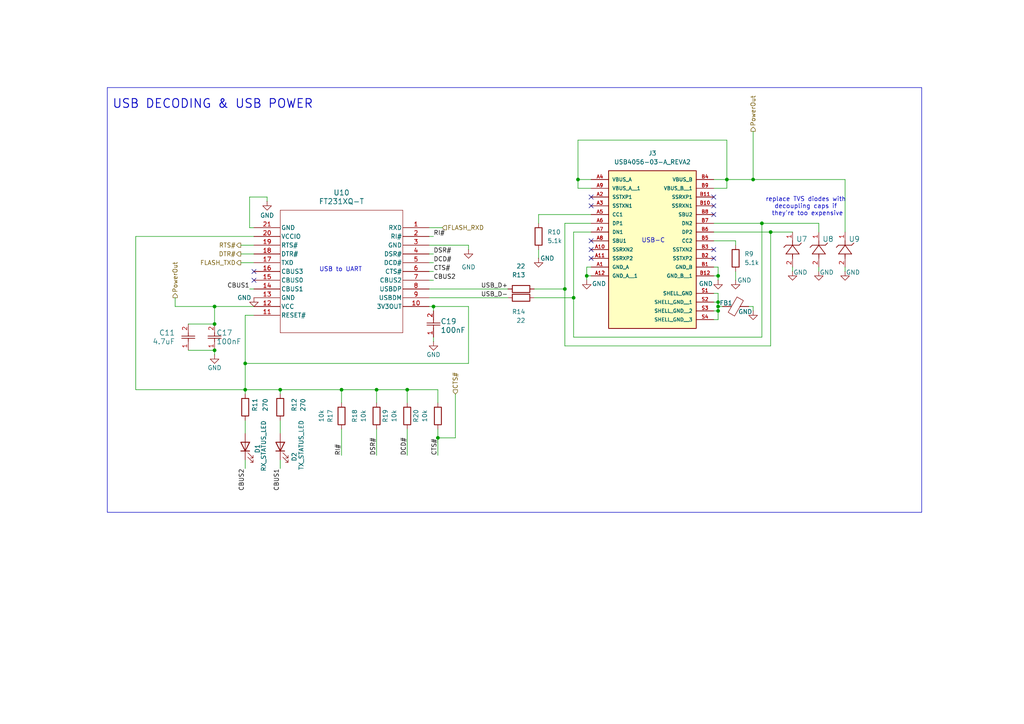
<source format=kicad_sch>
(kicad_sch (version 20250114) (generator "eeschema") (generator_version "9.0")
  (paper "A4")
  (title_block (title "GarBox") (date "2025-08-07") (rev "1"))
  (lib_symbols
    (symbol "CL05B104KO5NNNC:CL05B104KO5NNNC" (pin_names (offset 0.254))
      (property "Reference" "C" (at 3.81 3.81 0))
      (property "Value" "CL05B104KO5NNNC" (at 3.81 -3.81 0))
      (symbol "CL05B104KO5NNNC_1_1"
        (polyline (pts (xy 2.54 0) (xy 3.4798 0)) (stroke (width 0.2032)))
        (polyline (pts (xy 3.4798 -1.905) (xy 3.4798 1.905)) (stroke (width 0.2032)))
        (polyline (pts (xy 4.1148 0) (xy 5.08 0)) (stroke (width 0.2032)))
        (polyline (pts (xy 4.1148 -1.905) (xy 4.1148 1.905)) (stroke (width 0.2032)))
        (pin unspecified line (at 0 0 0) (length 2.54) (name "") (number "1"))
        (pin unspecified line (at 7.62 0 180) (length 2.54) (name "") (number "2"))
      )
      (symbol "CL05B104KO5NNNC_1_2"
        (polyline (pts (xy -1.905 -3.4798) (xy 1.905 -3.4798)) (stroke (width 0.2032)))
        (polyline (pts (xy -1.905 -4.1148) (xy 1.905 -4.1148)) (stroke (width 0.2032)))
        (polyline (pts (xy 0 -2.54) (xy 0 -3.4798)) (stroke (width 0.2032)))
        (polyline (pts (xy 0 -4.1148) (xy 0 -5.08)) (stroke (width 0.2032)))
        (pin unspecified line (at 0 0 270) (length 2.54) (name "") (number "1"))
        (pin unspecified line (at 0 -7.62 90) (length 2.54) (name "") (number "2"))
      )
    )
    (symbol "CL21A475KAQNNNE:CL21A475KAQNNNE" (pin_names (offset 0.254))
      (property "Reference" "C" (at 3.81 3.81 0))
      (property "Value" "CL21A475KAQNNNE" (at 3.81 -3.81 0))
      (symbol "CL21A475KAQNNNE_1_1"
        (polyline (pts (xy 2.54 0) (xy 3.4798 0)) (stroke (width 0.2032)))
        (polyline (pts (xy 3.4798 -1.905) (xy 3.4798 1.905)) (stroke (width 0.2032)))
        (polyline (pts (xy 4.1148 0) (xy 5.08 0)) (stroke (width 0.2032)))
        (polyline (pts (xy 4.1148 -1.905) (xy 4.1148 1.905)) (stroke (width 0.2032)))
        (pin unspecified line (at 0 0 0) (length 2.54) (name "") (number "1"))
        (pin unspecified line (at 7.62 0 180) (length 2.54) (name "") (number "2"))
      )
      (symbol "CL21A475KAQNNNE_1_2"
        (polyline (pts (xy -1.905 -3.4798) (xy 1.905 -3.4798)) (stroke (width 0.2032)))
        (polyline (pts (xy -1.905 -4.1148) (xy 1.905 -4.1148)) (stroke (width 0.2032)))
        (polyline (pts (xy 0 -2.54) (xy 0 -3.4798)) (stroke (width 0.2032)))
        (polyline (pts (xy 0 -4.1148) (xy 0 -5.08)) (stroke (width 0.2032)))
        (pin unspecified line (at 0 0 270) (length 2.54) (name "") (number "1"))
        (pin unspecified line (at 0 -7.62 90) (length 2.54) (name "") (number "2"))
      )
    )
    (symbol "CPDQ5V0_HF:CPDQ5V0-HF" (pin_names (offset 0.254))
      (property "Reference" "U" (at 5.715 5.08 0))
      (property "Value" "CPDQ5V0-HF" (at 6.35 -4.445 0))
      (symbol "CPDQ5V0-HF_0_1"
        (polyline (pts (xy 2.54 0) (xy 3.81 0)) (stroke (width 0.2032)))
        (polyline (pts (xy 3.175 2.54) (xy 3.81 1.905)) (stroke (width 0.2032)))
        (polyline (pts (xy 3.81 1.905) (xy 3.81 -1.905)) (stroke (width 0.2032)))
        (polyline (pts (xy 3.81 0) (xy 6.35 -1.905)) (stroke (width 0.2032)))
        (polyline (pts (xy 4.445 -2.54) (xy 3.81 -1.905)) (stroke (width 0.2032)))
        (polyline (pts (xy 6.35 1.905) (xy 3.81 0)) (stroke (width 0.2032)))
        (polyline (pts (xy 6.35 -1.905) (xy 6.35 1.905)) (stroke (width 0.2032)))
        (polyline (pts (xy 6.985 0) (xy 6.35 0)) (stroke (width 0.2032)))
        (polyline (pts (xy 7.62 0) (xy 6.6802 0)) (stroke (width 0.2032)))
        (pin unspecified line (at 0 0 0) (length 2.54) (name "") (number "1"))
        (pin unspecified line (at 10.16 0 180) (length 2.54) (name "") (number "2"))
      )
    )
    (symbol "Device:FerriteBead" (pin_numbers (hide yes)) (pin_names (offset 0))
      (property "Reference" "FB" (at -3.81 0.635 90))
      (property "Value" "FerriteBead" (at 3.81 0 90))
      (symbol "FerriteBead_0_1"
        (polyline (pts (xy -2.7686 0.4064) (xy -1.7018 2.2606) (xy 2.7686 -0.3048) (xy 1.6764 -2.159) (xy -2.7686 0.4064)))
        (polyline (pts (xy 0 1.27) (xy 0 1.2954)))
        (polyline (pts (xy 0 -1.27) (xy 0 -1.2192)))
      )
      (symbol "FerriteBead_1_1"
        (pin passive line (at 0 3.81 270) (length 2.54) (name "~") (number "1"))
        (pin passive line (at 0 -3.81 90) (length 2.54) (name "~") (number "2"))
      )
    )
    (symbol "Device:LED" (pin_numbers (hide yes)) (pin_names (offset 1.016) (hide yes))
      (property "Reference" "D" (at 0 2.54 0))
      (property "Value" "LED" (at 0 -2.54 0))
      (symbol "LED_0_1"
        (polyline (pts (xy -3.048 -0.762) (xy -4.572 -2.286) (xy -3.81 -2.286) (xy -4.572 -2.286) (xy -4.572 -1.524)))
        (polyline (pts (xy -1.778 -0.762) (xy -3.302 -2.286) (xy -2.54 -2.286) (xy -3.302 -2.286) (xy -3.302 -1.524)))
        (polyline (pts (xy -1.27 0) (xy 1.27 0)))
        (polyline (pts (xy -1.27 -1.27) (xy -1.27 1.27)) (stroke (width 0.254)))
        (polyline (pts (xy 1.27 -1.27) (xy 1.27 1.27) (xy -1.27 0) (xy 1.27 -1.27)) (stroke (width 0.254)))
      )
      (symbol "LED_1_1"
        (pin passive line (at -3.81 0 0) (length 2.54) (name "K") (number "1"))
        (pin passive line (at 3.81 0 180) (length 2.54) (name "A") (number "2"))
      )
    )
    (symbol "Device:R" (pin_numbers (hide yes)) (pin_names (offset 0))
      (property "Reference" "R" (at 2.032 0 90))
      (property "Value" "R" (at 0 0 90))
      (symbol "R_0_1"
        (rectangle (start -1.016 -2.54) (end 1.016 2.54) (stroke (width 0.254)))
      )
      (symbol "R_1_1"
        (pin passive line (at 0 3.81 270) (length 1.27) (name "~") (number "1"))
        (pin passive line (at 0 -3.81 90) (length 1.27) (name "~") (number "2"))
      )
    )
    (symbol "FT231XQ_T:FT231XQ-T" (pin_names (offset 0.254))
      (property "Reference" "U" (at 25.4 10.16 0))
      (property "Value" "FT231XQ-T" (at 25.4 7.62 0))
      (symbol "FT231XQ-T_0_1"
        (polyline (pts (xy 7.62 5.08) (xy 7.62 -30.48)) (stroke (width 0.127)))
        (polyline (pts (xy 7.62 -30.48) (xy 43.18 -30.48)) (stroke (width 0.127)))
        (polyline (pts (xy 43.18 5.08) (xy 7.62 5.08)) (stroke (width 0.127)))
        (polyline (pts (xy 43.18 -30.48) (xy 43.18 5.08)) (stroke (width 0.127)))
        (pin unspecified line (at 0 0 0) (length 7.62) (name "RXD") (number "1"))
        (pin unspecified line (at 0 -2.54 0) (length 7.62) (name "RI#") (number "2"))
        (pin power_out line (at 0 -5.08 0) (length 7.62) (name "GND") (number "3"))
        (pin unspecified line (at 0 -7.62 0) (length 7.62) (name "DSR#") (number "4"))
        (pin unspecified line (at 0 -10.16 0) (length 7.62) (name "DCD#") (number "5"))
        (pin unspecified line (at 0 -12.7 0) (length 7.62) (name "CTS#") (number "6"))
        (pin bidirectional line (at 0 -15.24 0) (length 7.62) (name "CBUS2") (number "7"))
        (pin unspecified line (at 0 -17.78 0) (length 7.62) (name "USBDP") (number "8"))
        (pin unspecified line (at 0 -20.32 0) (length 7.62) (name "USBDM") (number "9"))
        (pin output line (at 0 -22.86 0) (length 7.62) (name "3V3OUT") (number "10"))
        (pin power_out line (at 50.8 0 180) (length 7.62) (name "GND") (number "21"))
        (pin power_in line (at 50.8 -2.54 180) (length 7.62) (name "VCCIO") (number "20"))
        (pin unspecified line (at 50.8 -5.08 180) (length 7.62) (name "RTS#") (number "19"))
        (pin unspecified line (at 50.8 -7.62 180) (length 7.62) (name "DTR#") (number "18"))
        (pin unspecified line (at 50.8 -10.16 180) (length 7.62) (name "TXD") (number "17"))
        (pin bidirectional line (at 50.8 -12.7 180) (length 7.62) (name "CBUS3") (number "16"))
        (pin bidirectional line (at 50.8 -15.24 180) (length 7.62) (name "CBUS0") (number "15"))
        (pin bidirectional line (at 50.8 -17.78 180) (length 7.62) (name "CBUS1") (number "14"))
        (pin power_out line (at 50.8 -20.32 180) (length 7.62) (name "GND") (number "13"))
        (pin power_in line (at 50.8 -22.86 180) (length 7.62) (name "VCC") (number "12"))
        (pin unspecified line (at 50.8 -25.4 180) (length 7.62) (name "RESET#") (number "11"))
      )
    )
    (symbol "USB4056_03_A:USB4056-03-A_REVA2" (pin_names (offset 1.016))
      (property "Reference" "J" (at -12.7 16.002 0))
      (property "Value" "USB4056-03-A_REVA2" (at -12.7 -31.242 0))
      (symbol "USB4056-03-A_REVA2_0_0"
        (rectangle (start -12.7 -30.48) (end 12.7 15.24) (stroke (width 0.254)) (fill (type background)))
        (pin power_in line (at -17.78 12.7 0) (length 5.08) (name "VBUS_A") (number "A4"))
        (pin power_in line (at -17.78 10.16 0) (length 5.08) (name "VBUS_A__1") (number "A9"))
        (pin bidirectional line (at -17.78 7.62 0) (length 5.08) (name "SSTXP1") (number "A2"))
        (pin bidirectional line (at -17.78 5.08 0) (length 5.08) (name "SSTXN1") (number "A3"))
        (pin bidirectional line (at -17.78 2.54 0) (length 5.08) (name "CC1") (number "A5"))
        (pin bidirectional line (at -17.78 0 0) (length 5.08) (name "DP1") (number "A6"))
        (pin bidirectional line (at -17.78 -2.54 0) (length 5.08) (name "DN1") (number "A7"))
        (pin bidirectional line (at -17.78 -5.08 0) (length 5.08) (name "SBU1") (number "A8"))
        (pin bidirectional line (at -17.78 -7.62 0) (length 5.08) (name "SSRXN2") (number "A10"))
        (pin bidirectional line (at -17.78 -10.16 0) (length 5.08) (name "SSRXP2") (number "A11"))
        (pin power_in line (at -17.78 -12.7 0) (length 5.08) (name "GND_A") (number "A1"))
        (pin power_in line (at -17.78 -15.24 0) (length 5.08) (name "GND_A__1") (number "A12"))
        (pin power_in line (at 17.78 12.7 180) (length 5.08) (name "VBUS_B") (number "B4"))
        (pin power_in line (at 17.78 10.16 180) (length 5.08) (name "VBUS_B__1") (number "B9"))
        (pin bidirectional line (at 17.78 7.62 180) (length 5.08) (name "SSRXP1") (number "B11"))
        (pin bidirectional line (at 17.78 5.08 180) (length 5.08) (name "SSRXN1") (number "B10"))
        (pin bidirectional line (at 17.78 2.54 180) (length 5.08) (name "SBU2") (number "B8"))
        (pin bidirectional line (at 17.78 0 180) (length 5.08) (name "DN2") (number "B7"))
        (pin bidirectional line (at 17.78 -2.54 180) (length 5.08) (name "DP2") (number "B6"))
        (pin bidirectional line (at 17.78 -5.08 180) (length 5.08) (name "CC2") (number "B5"))
        (pin bidirectional line (at 17.78 -7.62 180) (length 5.08) (name "SSTXN2") (number "B3"))
        (pin bidirectional line (at 17.78 -10.16 180) (length 5.08) (name "SSTXP2") (number "B2"))
        (pin power_in line (at 17.78 -12.7 180) (length 5.08) (name "GND_B") (number "B1"))
        (pin power_in line (at 17.78 -15.24 180) (length 5.08) (name "GND_B__1") (number "B12"))
        (pin power_in line (at 17.78 -20.32 180) (length 5.08) (name "SHELL_GND") (number "S1"))
        (pin power_in line (at 17.78 -22.86 180) (length 5.08) (name "SHELL_GND__1") (number "S2"))
        (pin power_in line (at 17.78 -25.4 180) (length 5.08) (name "SHELL_GND__2") (number "S3"))
        (pin power_in line (at 17.78 -27.94 180) (length 5.08) (name "SHELL_GND__3") (number "S4"))
      )
    )
    (symbol "power:GND" (power) (pin_numbers (hide yes)) (pin_names (offset 0) (hide yes))
      (property "Value" "GND" (at 0 -3.81 0))
      (symbol "GND_0_1"
        (polyline (pts (xy 0 0) (xy 0 -1.27) (xy 1.27 -1.27) (xy 0 -2.54) (xy -1.27 -1.27) (xy 0 -1.27)))
      )
      (symbol "GND_1_1"
        (pin power_in line (at 0 0 270) (length 0) (name "~") (number "1"))
      )
    )
  )
  (rectangle (start 31.115 25.4) (end 267.335 148.59))
  (text "replace TVS diodes with \ndecoupling caps if \nthey're too expensive" (at 234.188 59.944 0) (effects (font (size 1.27 1.27))))
  (text "USB to UART" (at 98.806 78.232 0) (effects (font (size 1.27 1.27))))
  (text "USB-C" (at 189.484 69.85 0) (effects (font (size 1.27 1.27))))
  (text "USB DECODING & USB POWER" (at 61.722 30.226 0) (effects (font (size 2.54 2.54) (thickness 0.254) (bold yes))))
  (junction (at 99.06 113.03))
  (junction (at 127 127))
  (junction (at 210.82 52.07))
  (junction (at 208.28 88.9))
  (junction (at 81.28 113.03))
  (junction (at 218.44 52.07))
  (junction (at 170.18 80.01))
  (junction (at 220.98 64.77))
  (junction (at 125.73 88.9))
  (junction (at 71.12 105.41))
  (junction (at 167.64 52.07))
  (junction (at 223.52 67.31))
  (junction (at 208.28 80.01))
  (junction (at 62.23 101.6))
  (junction (at 62.23 88.9))
  (junction (at 118.11 113.03))
  (junction (at 62.23 93.98))
  (junction (at 109.22 113.03))
  (junction (at 208.28 87.63))
  (junction (at 71.12 113.03))
  (junction (at 163.83 83.82))
  (junction (at 208.28 90.17))
  (junction (at 166.37 86.36))
  (no_connect (at 171.45 59.69))
  (no_connect (at 207.01 74.93))
  (no_connect (at 207.01 72.39))
  (no_connect (at 207.01 59.69))
  (no_connect (at 171.45 57.15))
  (no_connect (at 207.01 62.23))
  (no_connect (at 207.01 57.15))
  (no_connect (at 73.66 81.28))
  (no_connect (at 73.66 78.74))
  (no_connect (at 171.45 69.85))
  (no_connect (at 171.45 72.39))
  (no_connect (at 171.45 74.93))
  (wire (pts (xy 237.49 78.74) (xy 237.49 77.47)))
  (wire (pts (xy 210.82 54.61) (xy 210.82 52.07)))
  (wire (pts (xy 81.28 125.73) (xy 81.28 121.92)))
  (wire (pts (xy 50.8 86.36) (xy 50.8 88.9)))
  (wire (pts (xy 71.12 125.73) (xy 71.12 121.92)))
  (wire (pts (xy 167.64 40.64) (xy 210.82 40.64)))
  (wire (pts (xy 245.11 77.47) (xy 245.11 78.74)))
  (wire (pts (xy 124.46 76.2) (xy 125.73 76.2)))
  (wire (pts (xy 170.18 77.47) (xy 170.18 80.01)))
  (wire (pts (xy 124.46 66.04) (xy 128.27 66.04)))
  (wire (pts (xy 223.52 67.31) (xy 207.01 67.31)))
  (wire (pts (xy 207.01 77.47) (xy 208.28 77.47)))
  (wire (pts (xy 237.49 67.31) (xy 237.49 64.77)))
  (wire (pts (xy 72.39 57.15) (xy 72.39 66.04)))
  (wire (pts (xy 109.22 113.03) (xy 109.22 116.84)))
  (wire (pts (xy 71.12 105.41) (xy 71.12 113.03)))
  (wire (pts (xy 124.46 86.36) (xy 147.32 86.36)))
  (wire (pts (xy 163.83 100.33) (xy 223.52 100.33)))
  (wire (pts (xy 135.89 72.39) (xy 135.89 71.12)))
  (wire (pts (xy 62.23 88.9) (xy 73.66 88.9)))
  (wire (pts (xy 170.18 80.01) (xy 170.18 81.28)))
  (wire (pts (xy 39.37 113.03) (xy 71.12 113.03)))
  (wire (pts (xy 156.21 62.23) (xy 156.21 64.77)))
  (wire (pts (xy 229.87 78.74) (xy 229.87 77.47)))
  (wire (pts (xy 213.36 78.74) (xy 213.36 81.28)))
  (wire (pts (xy 223.52 67.31) (xy 223.52 100.33)))
  (wire (pts (xy 69.85 71.12) (xy 73.66 71.12)))
  (wire (pts (xy 154.94 83.82) (xy 163.83 83.82)))
  (wire (pts (xy 218.44 88.9) (xy 217.17 88.9)))
  (wire (pts (xy 69.85 76.2) (xy 73.66 76.2)))
  (wire (pts (xy 213.36 69.85) (xy 207.01 69.85)))
  (wire (pts (xy 54.61 101.6) (xy 62.23 101.6)))
  (wire (pts (xy 109.22 113.03) (xy 118.11 113.03)))
  (wire (pts (xy 125.73 68.58) (xy 124.46 68.58)))
  (wire (pts (xy 208.28 77.47) (xy 208.28 80.01)))
  (wire (pts (xy 167.64 40.64) (xy 167.64 52.07)))
  (wire (pts (xy 39.37 68.58) (xy 73.66 68.58)))
  (wire (pts (xy 167.64 54.61) (xy 167.64 52.07)))
  (wire (pts (xy 125.73 88.9) (xy 124.46 88.9)))
  (wire (pts (xy 207.01 87.63) (xy 208.28 87.63)))
  (wire (pts (xy 170.18 80.01) (xy 171.45 80.01)))
  (wire (pts (xy 208.28 88.9) (xy 208.28 90.17)))
  (wire (pts (xy 210.82 52.07) (xy 207.01 52.07)))
  (wire (pts (xy 71.12 105.41) (xy 71.12 91.44)))
  (wire (pts (xy 127 113.03) (xy 127 116.84)))
  (wire (pts (xy 81.28 133.35) (xy 81.28 135.89)))
  (wire (pts (xy 99.06 113.03) (xy 109.22 113.03)))
  (wire (pts (xy 166.37 67.31) (xy 166.37 86.36)))
  (wire (pts (xy 220.98 64.77) (xy 220.98 97.79)))
  (wire (pts (xy 208.28 80.01) (xy 207.01 80.01)))
  (wire (pts (xy 125.73 88.9) (xy 135.89 88.9)))
  (wire (pts (xy 125.73 81.28) (xy 124.46 81.28)))
  (wire (pts (xy 171.45 62.23) (xy 156.21 62.23)))
  (wire (pts (xy 223.52 67.31) (xy 229.87 67.31)))
  (wire (pts (xy 127 127) (xy 127 124.46)))
  (wire (pts (xy 171.45 54.61) (xy 167.64 54.61)))
  (wire (pts (xy 71.12 105.41) (xy 135.89 105.41)))
  (wire (pts (xy 50.8 88.9) (xy 62.23 88.9)))
  (wire (pts (xy 124.46 73.66) (xy 125.73 73.66)))
  (wire (pts (xy 156.21 74.93) (xy 156.21 72.39)))
  (wire (pts (xy 207.01 54.61) (xy 210.82 54.61)))
  (wire (pts (xy 81.28 113.03) (xy 81.28 114.3)))
  (wire (pts (xy 99.06 113.03) (xy 99.06 116.84)))
  (wire (pts (xy 71.12 91.44) (xy 73.66 91.44)))
  (wire (pts (xy 71.12 113.03) (xy 71.12 114.3)))
  (wire (pts (xy 208.28 90.17) (xy 208.28 92.71)))
  (wire (pts (xy 127 132.08) (xy 127 127)))
  (wire (pts (xy 167.64 52.07) (xy 171.45 52.07)))
  (wire (pts (xy 218.44 90.17) (xy 218.44 88.9)))
  (wire (pts (xy 81.28 113.03) (xy 99.06 113.03)))
  (wire (pts (xy 118.11 113.03) (xy 127 113.03)))
  (wire (pts (xy 166.37 67.31) (xy 171.45 67.31)))
  (wire (pts (xy 62.23 88.9) (xy 62.23 93.98)))
  (wire (pts (xy 207.01 90.17) (xy 208.28 90.17)))
  (wire (pts (xy 118.11 124.46) (xy 118.11 132.08)))
  (wire (pts (xy 207.01 85.09) (xy 208.28 85.09)))
  (wire (pts (xy 54.61 93.98) (xy 62.23 93.98)))
  (wire (pts (xy 109.22 124.46) (xy 109.22 132.08)))
  (wire (pts (xy 171.45 77.47) (xy 170.18 77.47)))
  (wire (pts (xy 220.98 64.77) (xy 237.49 64.77)))
  (wire (pts (xy 218.44 38.1) (xy 218.44 52.07)))
  (wire (pts (xy 209.55 88.9) (xy 208.28 88.9)))
  (wire (pts (xy 132.08 114.3) (xy 132.08 127)))
  (wire (pts (xy 166.37 97.79) (xy 220.98 97.79)))
  (wire (pts (xy 245.11 52.07) (xy 245.11 67.31)))
  (wire (pts (xy 39.37 68.58) (xy 39.37 113.03)))
  (wire (pts (xy 77.47 58.42) (xy 77.47 57.15)))
  (wire (pts (xy 71.12 113.03) (xy 81.28 113.03)))
  (wire (pts (xy 208.28 80.01) (xy 208.28 81.28)))
  (wire (pts (xy 72.39 66.04) (xy 73.66 66.04)))
  (wire (pts (xy 124.46 78.74) (xy 125.73 78.74)))
  (wire (pts (xy 166.37 97.79) (xy 166.37 86.36)))
  (wire (pts (xy 208.28 92.71) (xy 207.01 92.71)))
  (wire (pts (xy 163.83 64.77) (xy 163.83 83.82)))
  (wire (pts (xy 69.85 73.66) (xy 73.66 73.66)))
  (wire (pts (xy 218.44 52.07) (xy 245.11 52.07)))
  (wire (pts (xy 71.12 135.89) (xy 71.12 133.35)))
  (wire (pts (xy 154.94 86.36) (xy 166.37 86.36)))
  (wire (pts (xy 135.89 71.12) (xy 124.46 71.12)))
  (wire (pts (xy 77.47 57.15) (xy 72.39 57.15)))
  (wire (pts (xy 125.73 88.9) (xy 125.73 90.17)))
  (wire (pts (xy 213.36 69.85) (xy 213.36 71.12)))
  (wire (pts (xy 124.46 83.82) (xy 147.32 83.82)))
  (wire (pts (xy 135.89 88.9) (xy 135.89 105.41)))
  (wire (pts (xy 208.28 85.09) (xy 208.28 87.63)))
  (wire (pts (xy 118.11 113.03) (xy 118.11 116.84)))
  (wire (pts (xy 208.28 87.63) (xy 208.28 88.9)))
  (wire (pts (xy 125.73 99.06) (xy 125.73 97.79)))
  (wire (pts (xy 163.83 83.82) (xy 163.83 100.33)))
  (wire (pts (xy 72.39 83.82) (xy 73.66 83.82)))
  (wire (pts (xy 171.45 64.77) (xy 163.83 64.77)))
  (wire (pts (xy 99.06 124.46) (xy 99.06 132.08)))
  (wire (pts (xy 210.82 40.64) (xy 210.82 52.07)))
  (wire (pts (xy 210.82 52.07) (xy 218.44 52.07)))
  (wire (pts (xy 207.01 64.77) (xy 220.98 64.77)))
  (wire (pts (xy 132.08 127) (xy 127 127)))
  (wire (pts (xy 62.23 101.6) (xy 62.23 102.87)))
  (label "RI#" (at 99.06 132.08 90))
  (label "USB_D-" (at 147.32 86.36 180))
  (label "USB_D+" (at 147.32 83.82 180))
  (label "DSR#" (at 109.22 132.08 90))
  (label "CTS#" (at 125.73 78.74 0))
  (label "CBUS2" (at 71.12 135.89 270))
  (label "DSR#" (at 125.73 73.66 0))
  (label "CTS#" (at 127 132.08 90))
  (label "CBUS1" (at 72.39 83.82 180))
  (label "DCD#" (at 125.73 76.2 0))
  (label "CBUS1" (at 81.28 135.89 270))
  (label "CBUS2" (at 125.73 81.28 0))
  (label "DCD#" (at 118.11 132.08 90))
  (label "RI#" (at 125.73 68.58 0))
  (hierarchical_label "CTS#" (shape input) (at 132.08 114.3 90))
  (hierarchical_label "FLASH_RXD" (shape input) (at 128.27 66.04 0))
  (hierarchical_label "DTR#" (shape output) (at 69.85 73.66 180))
  (hierarchical_label "PowerOut" (shape output) (at 50.8 86.36 90))
  (hierarchical_label "RTS#" (shape output) (at 69.85 71.12 180))
  (hierarchical_label "PowerOut" (shape output) (at 218.44 38.1 90))
  (hierarchical_label "FLASH_TXD" (shape output) (at 69.85 76.2 180))
  (symbol (lib_id "power:GND") (at 213.36 81.28 0) (unit 1)
    (property "Reference" "#PWR027" (effects (hide yes)))
    (property "Value" "GND" (at 215.9 81.28 0))
    (property "Description" "Power symbol creates a global label with name \"GND\" , ground" (effects (hide yes)))
  )
  (symbol (lib_id "CPDQ5V0_HF:CPDQ5V0-HF") (at 245.11 67.31 270) (unit 1)
    (property "Reference" "U9" (at 246.126 69.342 90) (effects (font (size 1.524 1.524)) (justify left)))
    (property "Value" "CPDQ5V0-HF" (effects (hide yes)))
    (property "Footprint" "CPDQ5V0_HF:CPDQ" (effects (hide yes)))
    (property "Datasheet" "https://www.comchiptech.com/admin/files/product/QW-JP028%20CPDQ5V0-HF%20RevD.pdf" (effects (hide yes)))
  )
  (symbol (lib_id "Device:R") (at 109.22 120.65 180) (unit 1)
    (property "Reference" "R18" (at 102.87 120.65 90))
    (property "Value" "10k" (at 105.41 120.65 90))
    (property "Footprint" "Resistor_SMD:R_0201_0603Metric" (effects (hide yes)))
    (property "Description" "0603WAF1002T5E" (effects (hide yes)))
  )
  (symbol (lib_id "power:GND") (at 229.87 78.74 0) (mirror y) (unit 1)
    (property "Reference" "#PWR032" (effects (hide yes)))
    (property "Value" "GND" (at 232.156 78.994 0))
    (property "Description" "Power symbol creates a global label with name \"GND\" , ground" (effects (hide yes)))
  )
  (symbol (lib_id "power:GND") (at 245.11 78.74 0) (mirror y) (unit 1)
    (property "Reference" "#PWR031" (effects (hide yes)))
    (property "Value" "GND" (at 247.396 78.994 0))
    (property "Description" "Power symbol creates a global label with name \"GND\" , ground" (effects (hide yes)))
  )
  (symbol (lib_id "power:GND") (at 170.18 81.28 0) (unit 1)
    (property "Reference" "#PWR026" (effects (hide yes)))
    (property "Value" "GND" (at 173.736 82.296 0))
    (property "Description" "Power symbol creates a global label with name \"GND\" , ground" (effects (hide yes)))
  )
  (symbol (lib_id "power:GND") (at 73.66 86.36 0) (unit 1)
    (property "Reference" "#PWR038" (effects (hide yes)))
    (property "Value" "GND" (at 70.866 86.36 0))
    (property "Description" "Power symbol creates a global label with name \"GND\" , ground" (effects (hide yes)))
  )
  (symbol (lib_id "power:GND") (at 208.28 81.28 0) (unit 1)
    (property "Reference" "#PWR02" (effects (hide yes)))
    (property "Value" "GND" (at 204.724 82.296 0))
    (property "Description" "Power symbol creates a global label with name \"GND\" , ground" (effects (hide yes)))
  )
  (symbol (lib_id "CPDQ5V0_HF:CPDQ5V0-HF") (at 229.87 67.31 270) (unit 1)
    (property "Reference" "U7" (at 230.886 69.342 90) (effects (font (size 1.524 1.524)) (justify left)))
    (property "Value" "CPDQ5V0-HF" (effects (hide yes)))
    (property "Footprint" "CPDQ5V0_HF:CPDQ" (effects (hide yes)))
    (property "Datasheet" "https://www.comchiptech.com/admin/files/product/QW-JP028%20CPDQ5V0-HF%20RevD.pdf" (effects (hide yes)))
  )
  (symbol (lib_id "Device:LED") (at 71.12 129.54 90) (unit 1)
    (property "Reference" "D1" (at 74.676 128.778 0) (effects (justify right)))
    (property "Value" "RX_STATUS_LED" (at 76.454 121.92 0) (effects (justify right)))
    (property "Footprint" "LED_SMD:LED_0201_0603Metric" (effects (hide yes)))
    (property "Datasheet" "https://jlcpcb.com/api/file/downloadByFileSystemAccessId/8550723991833485312" (effects (hide yes)))
    (property "Description" "Light emitting diode" (effects (hide yes)))
    (property "Sim.Pins" "1=K 2=A" (effects (hide yes)))
  )
  (symbol (lib_id "power:GND") (at 62.23 102.87 0) (unit 1)
    (property "Reference" "#PWR037" (effects (hide yes)))
    (property "Value" "GND" (at 62.23 106.68 0))
    (property "Description" "Power symbol creates a global label with name \"GND\" , ground" (effects (hide yes)))
  )
  (symbol (lib_id "FT231XQ_T:FT231XQ-T") (at 124.46 66.04 0) (mirror y) (unit 1)
    (property "Reference" "U10" (at 99.06 55.88 0) (effects (font (size 1.524 1.524))))
    (property "Value" "FT231XQ-T" (at 99.06 58.42 0) (effects (font (size 1.524 1.524))))
    (property "Footprint" "FT231XQ_T:QFN20_FT231XQ_FTD" (effects (hide yes)))
    (property "Datasheet" "https://ftdichip.com/wp-content/uploads/2021/10/DS_FT231X.pdf" (effects (hide yes)))
    (property "Description" "USB to UART" (effects (hide yes)))
  )
  (symbol (lib_id "Device:R") (at 118.11 120.65 180) (unit 1)
    (property "Reference" "R19" (at 111.76 120.65 90))
    (property "Value" "10k" (at 114.3 120.65 90))
    (property "Footprint" "Resistor_SMD:R_0201_0603Metric" (effects (hide yes)))
    (property "Description" "0603WAF1002T5E" (effects (hide yes)))
  )
  (symbol (lib_id "Device:LED") (at 81.28 129.54 90) (unit 1)
    (property "Reference" "D2" (at 85.344 133.858 0) (effects (justify left)))
    (property "Value" "TX_STATUS_LED" (at 87.376 136.398 0) (effects (justify left)))
    (property "Footprint" "LED_SMD:LED_0201_0603Metric" (effects (hide yes)))
    (property "Datasheet" "https://jlcpcb.com/api/file/downloadByFileSystemAccessId/8550723991833485312" (effects (hide yes)))
    (property "Description" "Light emitting diode" (effects (hide yes)))
    (property "Sim.Pins" "1=K 2=A" (effects (hide yes)))
  )
  (symbol (lib_id "Device:R") (at 213.36 74.93 0) (unit 1)
    (property "Reference" "R9" (at 215.9 73.6599 0) (effects (justify left)))
    (property "Value" "5.1k" (at 215.9 76.1999 0) (effects (justify left)))
    (property "Footprint" "Resistor_SMD:R_0201_0603Metric" (effects (hide yes)))
    (property "Description" "0603WAF5101T5E" (effects (hide yes)))
  )
  (symbol (lib_id "Device:R") (at 81.28 118.11 0) (unit 1)
    (property "Reference" "R12" (at 85.344 119.38 90) (effects (justify left)))
    (property "Value" "270" (at 87.884 119.38 90) (effects (justify left)))
    (property "Footprint" "Resistor_SMD:R_0201_0603Metric" (effects (hide yes)))
    (property "Description" "0603WAF2700T5E" (effects (hide yes)))
  )
  (symbol (lib_id "CL21A475KAQNNNE:CL21A475KAQNNNE") (at 54.61 101.6 270) (mirror x) (unit 1)
    (property "Reference" "C11" (at 50.8 96.5199 90) (effects (font (size 1.524 1.524)) (justify right)))
    (property "Value" "4.7uF" (at 50.8 99.0599 90) (effects (font (size 1.524 1.524)) (justify right)))
    (property "Footprint" "Capacitor_SMD:C_0805_2012Metric" (effects (hide yes)))
    (property "Datasheet" "CL21A475KAQNNNE" (effects (hide yes)))
    (property "Description" "CL21A475KAQNNNE" (effects (hide yes)))
  )
  (symbol (lib_id "power:GND") (at 218.44 90.17 0) (unit 1)
    (property "Reference" "#PWR030" (effects (hide yes)))
    (property "Value" "GND" (at 216.154 90.424 0))
    (property "Description" "Power symbol creates a global label with name \"GND\" , ground" (effects (hide yes)))
  )
  (symbol (lib_id "Device:R") (at 99.06 120.65 0) (unit 1)
    (property "Reference" "R17" (at 95.758 120.65 90))
    (property "Value" "10k" (at 93.218 120.65 90))
    (property "Footprint" "Resistor_SMD:R_0201_0603Metric" (effects (hide yes)))
    (property "Description" "0603WAF1002T5E" (effects (hide yes)))
  )
  (symbol (lib_id "Device:R") (at 156.21 68.58 0) (unit 1)
    (property "Reference" "R10" (at 158.75 67.3099 0) (effects (justify left)))
    (property "Value" "5.1k" (at 158.75 69.8499 0) (effects (justify left)))
    (property "Footprint" "Resistor_SMD:R_0201_0603Metric" (effects (hide yes)))
    (property "Description" "0603WAF5101T5E" (effects (hide yes)))
  )
  (symbol (lib_id "power:GND") (at 77.47 58.42 0) (unit 1)
    (property "Reference" "#PWR034" (effects (hide yes)))
    (property "Value" "GND" (at 77.47 62.484 0))
    (property "Description" "Power symbol creates a global label with name \"GND\" , ground" (effects (hide yes)))
  )
  (symbol (lib_id "CL05B104KO5NNNC:CL05B104KO5NNNC") (at 62.23 101.6 90) (unit 1)
    (property "Reference" "C17" (at 62.738 96.52 90) (effects (font (size 1.524 1.524)) (justify right)))
    (property "Value" "100nF" (at 62.738 99.06 90) (effects (font (size 1.524 1.524)) (justify right)))
    (property "Footprint" "CL05B224KO5NNNC:CAPC1005X55N" (effects (hide yes)))
    (property "Datasheet" "CL05B104KO5NNNC" (effects (hide yes)))
    (property "Description" "CL05B104KO5NNNC" (effects (hide yes)))
  )
  (symbol (lib_id "Device:FerriteBead") (at 213.36 88.9 270) (unit 1)
    (property "Reference" "FB1" (at 210.566 87.884 90))
    (property "Value" "GZ1608D601TF" (effects (hide yes)))
    (property "Footprint" "Inductor_SMD:L_Sunlord_MWSA0603S" (effects (hide yes)))
    (property "Description" "Ferrite bead" (effects (hide yes)))
  )
  (symbol (lib_id "CPDQ5V0_HF:CPDQ5V0-HF") (at 237.49 67.31 270) (unit 1)
    (property "Reference" "U8" (at 238.506 69.342 90) (effects (font (size 1.524 1.524)) (justify left)))
    (property "Value" "CPDQ5V0-HF" (effects (hide yes)))
    (property "Footprint" "CPDQ5V0_HF:CPDQ" (effects (hide yes)))
    (property "Datasheet" "https://www.comchiptech.com/admin/files/product/QW-JP028%20CPDQ5V0-HF%20RevD.pdf" (effects (hide yes)))
  )
  (symbol (lib_id "Device:R") (at 151.13 86.36 90) (mirror x) (unit 1)
    (property "Reference" "R14" (at 152.4 90.424 90) (effects (justify left)))
    (property "Value" "22" (at 152.4 92.964 90) (effects (justify left)))
    (property "Footprint" "Resistor_SMD:R_0201_0603Metric" (effects (hide yes)))
    (property "Description" "0603WAF220JT5E" (effects (hide yes)))
  )
  (symbol (lib_id "USB4056_03_A:USB4056-03-A_REVA2") (at 189.23 64.77 0) (unit 1)
    (property "Reference" "J3" (at 189.23 44.45 0))
    (property "Value" "USB4056-03-A_REVA2" (at 189.23 46.99 0))
    (property "Footprint" "USB4056_03_A:GCT_USB4056-03-A_REVA2" (effects (hide yes)))
    (property "Datasheet" "https://gct.co/files/specs/usb4056-spec.pdf" (effects (hide yes)))
    (property "PARTREV" "A2" (effects (hide yes)))
    (property "STANDARD" "Manufacturer Recommendations" (effects (hide yes)))
    (property "SNAPEDA_PN" "USB4056-03-A" (effects (hide yes)))
    (property "MAXIMUM_PACKAGE_HEIGHT" "3.31 mm" (effects (hide yes)))
    (property "MANUFACTURER" "GCT" (effects (hide yes)))
  )
  (symbol (lib_id "CL05B104KO5NNNC:CL05B104KO5NNNC") (at 125.73 97.79 90) (unit 1)
    (property "Reference" "C19" (at 127.762 93.218 90) (effects (font (size 1.524 1.524)) (justify right)))
    (property "Value" "100nF" (at 127.762 95.758 90) (effects (font (size 1.524 1.524)) (justify right)))
    (property "Footprint" "CL05B224KO5NNNC:CAPC1005X55N" (effects (hide yes)))
    (property "Datasheet" "CL05B104KO5NNNC" (effects (hide yes)))
    (property "Description" "CL05B104KO5NNNC" (effects (hide yes)))
  )
  (symbol (lib_id "power:GND") (at 135.89 72.39 0) (unit 1)
    (property "Reference" "#PWR035" (effects (hide yes)))
    (property "Value" "GND" (at 135.89 77.47 0))
    (property "Description" "Power symbol creates a global label with name \"GND\" , ground" (effects (hide yes)))
  )
  (symbol (lib_id "power:GND") (at 125.73 99.06 0) (unit 1)
    (property "Reference" "#PWR039" (effects (hide yes)))
    (property "Value" "GND" (at 125.73 102.87 0))
    (property "Description" "Power symbol creates a global label with name \"GND\" , ground" (effects (hide yes)))
  )
  (symbol (lib_id "Device:R") (at 151.13 83.82 90) (unit 1)
    (property "Reference" "R13" (at 152.4 79.756 90) (effects (justify left)))
    (property "Value" "22" (at 152.4 77.216 90) (effects (justify left)))
    (property "Footprint" "Resistor_SMD:R_0201_0603Metric" (effects (hide yes)))
    (property "Description" "0603WAF220JT5E" (effects (hide yes)))
  )
  (symbol (lib_id "power:GND") (at 156.21 74.93 0) (unit 1)
    (property "Reference" "#PWR028" (effects (hide yes)))
    (property "Value" "GND" (at 158.75 74.93 0))
    (property "Description" "Power symbol creates a global label with name \"GND\" , ground" (effects (hide yes)))
  )
  (symbol (lib_id "power:GND") (at 237.49 78.74 0) (mirror y) (unit 1)
    (property "Reference" "#PWR033" (effects (hide yes)))
    (property "Value" "GND" (at 239.776 78.994 0))
    (property "Description" "Power symbol creates a global label with name \"GND\" , ground" (effects (hide yes)))
  )
  (symbol (lib_id "Device:R") (at 127 120.65 0) (unit 1)
    (property "Reference" "R20" (at 120.65 120.65 90))
    (property "Value" "10k" (at 123.19 120.65 90))
    (property "Footprint" "Resistor_SMD:R_0201_0603Metric" (effects (hide yes)))
    (property "Description" "0603WAF1002T5E" (effects (hide yes)))
  )
  (symbol (lib_id "Device:R") (at 71.12 118.11 0) (unit 1)
    (property "Reference" "R11" (at 73.914 119.38 90) (effects (justify left)))
    (property "Value" "270" (at 76.962 119.38 90) (effects (justify left)))
    (property "Footprint" "Resistor_SMD:R_0201_0603Metric" (effects (hide yes)))
    (property "Description" "0603WAF2700T5E" (effects (hide yes)))
  )
)
</source>
